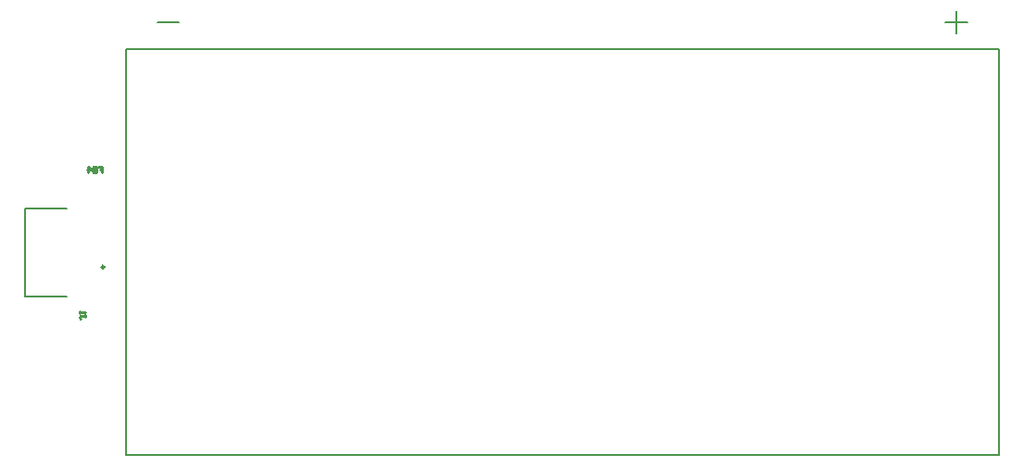
<source format=gbr>
%TF.GenerationSoftware,Altium Limited,Altium Designer,19.1.9 (167)*%
G04 Layer_Color=32896*
%FSLAX26Y26*%
%MOIN*%
%TF.FileFunction,Legend,Bot*%
%TF.Part,Single*%
G01*
G75*
%TA.AperFunction,NonConductor*%
%ADD73C,0.009842*%
%ADD74C,0.005000*%
%ADD75C,0.007874*%
%ADD76C,0.010000*%
D73*
X289520Y1232819D02*
G03*
X289520Y1232819I-4921J0D01*
G01*
D74*
X3506882Y556079D02*
Y2015921D01*
X367118Y556079D02*
X3506882D01*
X367118D02*
Y2015921D01*
X3506882D01*
X480307Y2112772D02*
X559047D01*
X3354323Y2073402D02*
Y2112772D01*
Y2152142D01*
Y2112772D02*
X3393693D01*
X3314953D02*
X3354323D01*
D75*
X6252Y1125732D02*
X154677D01*
X6252D02*
X90221D01*
X6252D02*
Y1442268D01*
X154677D01*
D76*
X267671Y1591994D02*
X281000D01*
Y1581997D01*
X274336D01*
X281000D01*
Y1572000D01*
X261007Y1591994D02*
Y1572000D01*
X251010D01*
X247678Y1575332D01*
Y1578665D01*
X251010Y1581997D01*
X261007D01*
X251010D01*
X247678Y1585329D01*
Y1588661D01*
X251010Y1591994D01*
X261007D01*
X231016Y1572000D02*
Y1591994D01*
X241013Y1581997D01*
X227684D01*
X221324Y1060223D02*
Y1053558D01*
Y1056890D01*
X204663D01*
X201331Y1053558D01*
Y1050226D01*
X204663Y1046894D01*
X201331Y1066887D02*
Y1073552D01*
Y1070219D01*
X221324D01*
X217992Y1066887D01*
%TF.MD5,cac1ef104d0fd0bc13c2a359a6d183fe*%
M02*

</source>
